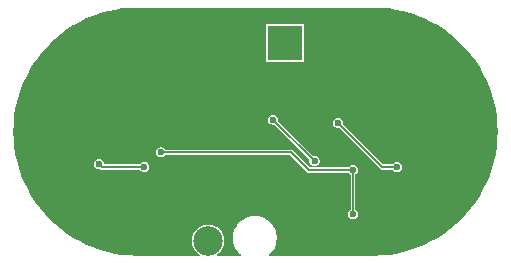
<source format=gbr>
G04 #@! TF.GenerationSoftware,KiCad,Pcbnew,9.0.3*
G04 #@! TF.CreationDate,2025-08-23T22:57:17-07:00*
G04 #@! TF.ProjectId,analog_bms,616e616c-6f67-45f6-926d-732e6b696361,rev?*
G04 #@! TF.SameCoordinates,Original*
G04 #@! TF.FileFunction,Copper,L2,Bot*
G04 #@! TF.FilePolarity,Positive*
%FSLAX46Y46*%
G04 Gerber Fmt 4.6, Leading zero omitted, Abs format (unit mm)*
G04 Created by KiCad (PCBNEW 9.0.3) date 2025-08-23 22:57:17*
%MOMM*%
%LPD*%
G01*
G04 APERTURE LIST*
G04 #@! TA.AperFunction,ComponentPad*
%ADD10C,2.500000*%
G04 #@! TD*
G04 #@! TA.AperFunction,ComponentPad*
%ADD11R,3.000000X3.000000*%
G04 #@! TD*
G04 #@! TA.AperFunction,ComponentPad*
%ADD12C,3.000000*%
G04 #@! TD*
G04 #@! TA.AperFunction,ViaPad*
%ADD13C,0.600000*%
G04 #@! TD*
G04 #@! TA.AperFunction,Conductor*
%ADD14C,0.200000*%
G04 #@! TD*
G04 #@! TA.AperFunction,Conductor*
%ADD15C,0.127000*%
G04 #@! TD*
G04 APERTURE END LIST*
D10*
X143000000Y-123250000D03*
X135000000Y-123250000D03*
D11*
X141500000Y-106500000D03*
D12*
X136500000Y-106500000D03*
D13*
X151000000Y-117000000D03*
X146000000Y-113250000D03*
X140500000Y-113000000D03*
X144000000Y-116500000D03*
X147250000Y-121000000D03*
X147250000Y-117250000D03*
X131000000Y-115750000D03*
X129600000Y-117000000D03*
X125750000Y-116750000D03*
X147500000Y-121750000D03*
X149473000Y-113250000D03*
X127500000Y-115500000D03*
X155027000Y-117000000D03*
X149527000Y-109250000D03*
X130250000Y-111250000D03*
X132027000Y-109250000D03*
X128473000Y-109000000D03*
X123500000Y-120000000D03*
X134500000Y-114000000D03*
X146027000Y-111250000D03*
X149473000Y-111250000D03*
X126600000Y-119250000D03*
X134250000Y-118000000D03*
X145973000Y-109250000D03*
X151000000Y-115000000D03*
D14*
X149750000Y-117000000D02*
X151000000Y-117000000D01*
X146000000Y-113250000D02*
X149750000Y-117000000D01*
X144000000Y-116500000D02*
X140500000Y-113000000D01*
D15*
X147250000Y-117250000D02*
X147250000Y-121000000D01*
D14*
X142000000Y-115750000D02*
X131000000Y-115750000D01*
X143500000Y-117250000D02*
X147250000Y-117250000D01*
X142000000Y-115750000D02*
X143500000Y-117250000D01*
X129600000Y-117000000D02*
X126000000Y-117000000D01*
X126000000Y-117000000D02*
X125750000Y-116750000D01*
G04 #@! TA.AperFunction,Conductor*
G36*
X149000728Y-103500522D02*
G01*
X149632483Y-103519611D01*
X149635409Y-103519789D01*
X150264106Y-103576919D01*
X150267037Y-103577275D01*
X150891120Y-103672259D01*
X150894024Y-103672791D01*
X151511266Y-103805289D01*
X151514121Y-103805993D01*
X152122217Y-103975513D01*
X152125003Y-103976380D01*
X152660616Y-104161209D01*
X152721777Y-104182315D01*
X152724545Y-104183365D01*
X153307764Y-104424943D01*
X153310462Y-104426158D01*
X153878020Y-104702501D01*
X153880629Y-104703869D01*
X154430503Y-105014000D01*
X154433035Y-105015531D01*
X154963158Y-105358281D01*
X154965594Y-105359963D01*
X155474042Y-105734086D01*
X155476372Y-105735911D01*
X155961316Y-106140061D01*
X155963532Y-106142024D01*
X156423189Y-106574717D01*
X156425282Y-106576810D01*
X156857975Y-107036467D01*
X156859938Y-107038683D01*
X157264088Y-107523627D01*
X157265913Y-107525957D01*
X157640036Y-108034405D01*
X157641718Y-108036841D01*
X157984468Y-108566964D01*
X157985999Y-108569496D01*
X158296123Y-109119357D01*
X158297498Y-109121979D01*
X158573841Y-109689537D01*
X158575056Y-109692235D01*
X158816634Y-110275454D01*
X158817684Y-110278222D01*
X159023612Y-110874976D01*
X159024492Y-110877802D01*
X159194003Y-111485868D01*
X159194712Y-111488742D01*
X159327207Y-112105971D01*
X159327740Y-112108882D01*
X159422723Y-112732958D01*
X159423080Y-112735897D01*
X159480209Y-113364576D01*
X159480388Y-113367530D01*
X159499455Y-113998520D01*
X159499455Y-114001480D01*
X159480388Y-114632469D01*
X159480209Y-114635423D01*
X159423080Y-115264102D01*
X159422723Y-115267041D01*
X159327740Y-115891117D01*
X159327207Y-115894028D01*
X159194712Y-116511257D01*
X159194003Y-116514131D01*
X159024492Y-117122197D01*
X159023612Y-117125023D01*
X158817684Y-117721777D01*
X158816634Y-117724545D01*
X158575056Y-118307764D01*
X158573841Y-118310462D01*
X158297498Y-118878020D01*
X158296123Y-118880642D01*
X157985999Y-119430503D01*
X157984468Y-119433035D01*
X157641718Y-119963158D01*
X157640036Y-119965594D01*
X157265913Y-120474042D01*
X157264088Y-120476372D01*
X156859938Y-120961316D01*
X156857975Y-120963532D01*
X156425282Y-121423189D01*
X156423189Y-121425282D01*
X155963532Y-121857975D01*
X155961316Y-121859938D01*
X155476372Y-122264088D01*
X155474042Y-122265913D01*
X154965594Y-122640036D01*
X154963158Y-122641718D01*
X154433035Y-122984468D01*
X154430503Y-122985999D01*
X153880642Y-123296123D01*
X153878020Y-123297498D01*
X153310462Y-123573841D01*
X153307764Y-123575056D01*
X152724545Y-123816634D01*
X152721777Y-123817684D01*
X152125023Y-124023612D01*
X152122197Y-124024492D01*
X151514131Y-124194003D01*
X151511257Y-124194712D01*
X150894028Y-124327207D01*
X150891117Y-124327740D01*
X150267041Y-124422723D01*
X150264102Y-124423080D01*
X149635423Y-124480209D01*
X149632469Y-124480388D01*
X149000728Y-124499478D01*
X148999248Y-124499500D01*
X140179943Y-124499500D01*
X140145295Y-124485148D01*
X140130943Y-124450500D01*
X140145295Y-124415852D01*
X140150113Y-124411626D01*
X140153758Y-124408828D01*
X140172738Y-124394265D01*
X140344265Y-124222738D01*
X140491936Y-124030289D01*
X140613224Y-123820212D01*
X140706054Y-123596100D01*
X140768838Y-123361789D01*
X140800500Y-123121288D01*
X140800500Y-122878712D01*
X140768838Y-122638211D01*
X140757205Y-122594798D01*
X140706055Y-122403904D01*
X140706053Y-122403898D01*
X140648534Y-122265033D01*
X140613224Y-122179788D01*
X140491936Y-121969711D01*
X140491933Y-121969707D01*
X140491927Y-121969698D01*
X140344269Y-121777267D01*
X140344259Y-121777255D01*
X140172744Y-121605740D01*
X140172732Y-121605730D01*
X139980301Y-121458072D01*
X139980286Y-121458062D01*
X139770212Y-121336776D01*
X139770213Y-121336776D01*
X139546101Y-121243946D01*
X139546095Y-121243944D01*
X139311800Y-121181164D01*
X139311793Y-121181163D01*
X139311789Y-121181162D01*
X139071288Y-121149500D01*
X138828712Y-121149500D01*
X138588211Y-121181162D01*
X138588207Y-121181162D01*
X138588199Y-121181164D01*
X138353904Y-121243944D01*
X138353898Y-121243946D01*
X138129786Y-121336776D01*
X137919713Y-121458062D01*
X137919698Y-121458072D01*
X137727267Y-121605730D01*
X137727255Y-121605740D01*
X137555740Y-121777255D01*
X137555730Y-121777267D01*
X137408072Y-121969698D01*
X137408062Y-121969713D01*
X137286776Y-122179786D01*
X137193946Y-122403898D01*
X137193944Y-122403904D01*
X137131164Y-122638199D01*
X137131162Y-122638207D01*
X137131162Y-122638211D01*
X137099500Y-122878712D01*
X137099500Y-123121288D01*
X137131162Y-123361789D01*
X137131163Y-123361793D01*
X137131164Y-123361800D01*
X137193944Y-123596095D01*
X137193946Y-123596101D01*
X137286776Y-123820213D01*
X137408062Y-124030286D01*
X137408072Y-124030301D01*
X137555730Y-124222732D01*
X137555740Y-124222744D01*
X137727255Y-124394259D01*
X137727260Y-124394263D01*
X137727262Y-124394265D01*
X137742256Y-124405771D01*
X137749887Y-124411626D01*
X137768638Y-124444104D01*
X137758931Y-124480330D01*
X137726453Y-124499081D01*
X137720057Y-124499500D01*
X135774561Y-124499500D01*
X135739913Y-124485148D01*
X135725561Y-124450500D01*
X135739913Y-124415852D01*
X135745760Y-124410858D01*
X135768601Y-124394263D01*
X135897381Y-124300699D01*
X135897384Y-124300695D01*
X135897387Y-124300694D01*
X136050694Y-124147387D01*
X136050695Y-124147384D01*
X136050699Y-124147381D01*
X136178144Y-123971968D01*
X136276580Y-123778777D01*
X136343582Y-123572565D01*
X136377500Y-123358412D01*
X136377500Y-123141588D01*
X136343582Y-122927435D01*
X136276580Y-122721223D01*
X136178144Y-122528032D01*
X136050699Y-122352619D01*
X136050697Y-122352617D01*
X136050694Y-122352613D01*
X135897387Y-122199306D01*
X135897382Y-122199302D01*
X135897381Y-122199301D01*
X135721968Y-122071856D01*
X135528777Y-121973420D01*
X135528776Y-121973419D01*
X135528775Y-121973419D01*
X135322565Y-121906418D01*
X135322562Y-121906417D01*
X135158053Y-121880362D01*
X135108412Y-121872500D01*
X134891588Y-121872500D01*
X134851288Y-121878882D01*
X134677437Y-121906417D01*
X134677434Y-121906418D01*
X134471224Y-121973419D01*
X134278032Y-122071856D01*
X134102617Y-122199302D01*
X133949302Y-122352617D01*
X133821856Y-122528032D01*
X133723419Y-122721224D01*
X133656418Y-122927434D01*
X133656417Y-122927437D01*
X133622500Y-123141588D01*
X133622500Y-123358411D01*
X133656417Y-123572562D01*
X133656418Y-123572565D01*
X133723420Y-123778777D01*
X133821856Y-123971968D01*
X133949301Y-124147381D01*
X133949302Y-124147382D01*
X133949306Y-124147387D01*
X134102613Y-124300694D01*
X134102617Y-124300697D01*
X134102619Y-124300699D01*
X134231399Y-124394263D01*
X134254240Y-124410858D01*
X134273836Y-124442835D01*
X134265081Y-124479301D01*
X134233104Y-124498897D01*
X134225439Y-124499500D01*
X129000752Y-124499500D01*
X128999272Y-124499478D01*
X128367530Y-124480388D01*
X128364576Y-124480209D01*
X127735897Y-124423080D01*
X127732958Y-124422723D01*
X127108882Y-124327740D01*
X127105971Y-124327207D01*
X126488742Y-124194712D01*
X126485868Y-124194003D01*
X125877802Y-124024492D01*
X125874976Y-124023612D01*
X125278222Y-123817684D01*
X125275454Y-123816634D01*
X124692235Y-123575056D01*
X124689537Y-123573841D01*
X124121979Y-123297498D01*
X124119357Y-123296123D01*
X123569496Y-122985999D01*
X123566964Y-122984468D01*
X123036841Y-122641718D01*
X123034405Y-122640036D01*
X122525957Y-122265913D01*
X122523627Y-122264088D01*
X122038683Y-121859938D01*
X122036467Y-121857975D01*
X121576810Y-121425282D01*
X121574717Y-121423189D01*
X121142024Y-120963532D01*
X121140061Y-120961316D01*
X120735911Y-120476372D01*
X120734086Y-120474042D01*
X120359963Y-119965594D01*
X120358281Y-119963158D01*
X120015531Y-119433035D01*
X120014000Y-119430503D01*
X119703876Y-118880642D01*
X119702501Y-118878020D01*
X119426158Y-118310462D01*
X119424943Y-118307764D01*
X119183365Y-117724545D01*
X119182315Y-117721777D01*
X119146923Y-117619214D01*
X118976380Y-117125003D01*
X118975513Y-117122217D01*
X118856059Y-116693715D01*
X125322500Y-116693715D01*
X125322500Y-116806284D01*
X125351632Y-116915008D01*
X125351633Y-116915011D01*
X125407911Y-117012485D01*
X125407913Y-117012487D01*
X125407915Y-117012491D01*
X125487509Y-117092085D01*
X125487513Y-117092087D01*
X125487514Y-117092088D01*
X125584988Y-117148366D01*
X125584991Y-117148367D01*
X125693715Y-117177499D01*
X125693716Y-117177500D01*
X125693719Y-117177500D01*
X125806283Y-117177500D01*
X125813076Y-117175679D01*
X125817979Y-117174365D01*
X125855162Y-117179257D01*
X125865315Y-117187048D01*
X125871132Y-117192865D01*
X125954747Y-117227500D01*
X129209423Y-117227500D01*
X129244071Y-117241852D01*
X129251855Y-117251996D01*
X129257915Y-117262491D01*
X129337509Y-117342085D01*
X129337513Y-117342087D01*
X129337514Y-117342088D01*
X129434988Y-117398366D01*
X129434991Y-117398367D01*
X129543715Y-117427499D01*
X129543716Y-117427500D01*
X129543719Y-117427500D01*
X129656284Y-117427500D01*
X129656284Y-117427499D01*
X129765009Y-117398367D01*
X129862491Y-117342085D01*
X129942085Y-117262491D01*
X129998367Y-117165009D01*
X130027499Y-117056284D01*
X130027500Y-117056284D01*
X130027500Y-116943716D01*
X130027499Y-116943715D01*
X129998367Y-116834991D01*
X129998366Y-116834988D01*
X129942088Y-116737514D01*
X129942087Y-116737513D01*
X129942085Y-116737509D01*
X129862491Y-116657915D01*
X129862487Y-116657913D01*
X129862485Y-116657911D01*
X129765011Y-116601633D01*
X129765008Y-116601632D01*
X129656284Y-116572500D01*
X129656281Y-116572500D01*
X129543719Y-116572500D01*
X129543716Y-116572500D01*
X129434991Y-116601632D01*
X129434988Y-116601633D01*
X129337514Y-116657911D01*
X129337505Y-116657918D01*
X129257917Y-116737506D01*
X129257915Y-116737508D01*
X129257915Y-116737509D01*
X129251857Y-116748001D01*
X129222104Y-116770831D01*
X129209423Y-116772500D01*
X126226500Y-116772500D01*
X126191852Y-116758148D01*
X126177500Y-116723500D01*
X126177500Y-116693716D01*
X126177499Y-116693715D01*
X126148367Y-116584991D01*
X126148366Y-116584988D01*
X126092088Y-116487514D01*
X126092087Y-116487513D01*
X126092085Y-116487509D01*
X126012491Y-116407915D01*
X126012487Y-116407913D01*
X126012485Y-116407911D01*
X125915011Y-116351633D01*
X125915008Y-116351632D01*
X125806284Y-116322500D01*
X125806281Y-116322500D01*
X125693719Y-116322500D01*
X125693716Y-116322500D01*
X125584991Y-116351632D01*
X125584988Y-116351633D01*
X125487514Y-116407911D01*
X125487505Y-116407918D01*
X125407918Y-116487505D01*
X125407911Y-116487514D01*
X125351633Y-116584988D01*
X125351632Y-116584991D01*
X125322500Y-116693715D01*
X118856059Y-116693715D01*
X118805993Y-116514121D01*
X118805287Y-116511257D01*
X118800190Y-116487514D01*
X118672791Y-115894024D01*
X118672259Y-115891117D01*
X118642849Y-115697880D01*
X118642215Y-115693715D01*
X130572500Y-115693715D01*
X130572500Y-115806284D01*
X130601632Y-115915008D01*
X130601633Y-115915011D01*
X130657911Y-116012485D01*
X130657913Y-116012487D01*
X130657915Y-116012491D01*
X130737509Y-116092085D01*
X130737513Y-116092087D01*
X130737514Y-116092088D01*
X130834988Y-116148366D01*
X130834991Y-116148367D01*
X130943715Y-116177499D01*
X130943716Y-116177500D01*
X130943719Y-116177500D01*
X131056284Y-116177500D01*
X131056284Y-116177499D01*
X131165009Y-116148367D01*
X131262491Y-116092085D01*
X131342085Y-116012491D01*
X131348142Y-116001998D01*
X131377896Y-115979169D01*
X131390577Y-115977500D01*
X141885471Y-115977500D01*
X141920119Y-115991852D01*
X143307135Y-117378868D01*
X143371129Y-117442863D01*
X143371130Y-117442863D01*
X143371132Y-117442865D01*
X143454747Y-117477500D01*
X146859423Y-117477500D01*
X146894071Y-117491852D01*
X146901855Y-117501996D01*
X146907915Y-117512491D01*
X146987509Y-117592085D01*
X147034499Y-117619214D01*
X147057330Y-117648967D01*
X147059000Y-117661650D01*
X147059000Y-120588349D01*
X147044648Y-120622997D01*
X147034500Y-120630784D01*
X146987514Y-120657911D01*
X146987505Y-120657918D01*
X146907918Y-120737505D01*
X146907911Y-120737514D01*
X146851633Y-120834988D01*
X146851632Y-120834991D01*
X146822500Y-120943715D01*
X146822500Y-121056284D01*
X146851632Y-121165008D01*
X146851633Y-121165011D01*
X146907911Y-121262485D01*
X146907913Y-121262487D01*
X146907915Y-121262491D01*
X146987509Y-121342085D01*
X146987513Y-121342087D01*
X146987514Y-121342088D01*
X147084988Y-121398366D01*
X147084991Y-121398367D01*
X147193715Y-121427499D01*
X147193716Y-121427500D01*
X147193719Y-121427500D01*
X147306284Y-121427500D01*
X147306284Y-121427499D01*
X147415009Y-121398367D01*
X147512491Y-121342085D01*
X147592085Y-121262491D01*
X147648367Y-121165009D01*
X147677499Y-121056284D01*
X147677500Y-121056284D01*
X147677500Y-120943716D01*
X147677499Y-120943715D01*
X147648367Y-120834991D01*
X147648366Y-120834988D01*
X147592088Y-120737514D01*
X147592087Y-120737513D01*
X147592085Y-120737509D01*
X147512491Y-120657915D01*
X147512487Y-120657913D01*
X147512485Y-120657911D01*
X147465500Y-120630784D01*
X147442670Y-120601031D01*
X147441000Y-120588349D01*
X147441000Y-117661650D01*
X147455352Y-117627002D01*
X147465498Y-117619215D01*
X147512491Y-117592085D01*
X147592085Y-117512491D01*
X147648367Y-117415009D01*
X147677499Y-117306284D01*
X147677500Y-117306284D01*
X147677500Y-117193716D01*
X147677499Y-117193715D01*
X147648367Y-117084991D01*
X147648366Y-117084988D01*
X147592088Y-116987514D01*
X147592087Y-116987513D01*
X147592085Y-116987509D01*
X147512491Y-116907915D01*
X147512487Y-116907913D01*
X147512485Y-116907911D01*
X147415011Y-116851633D01*
X147415008Y-116851632D01*
X147306284Y-116822500D01*
X147306281Y-116822500D01*
X147193719Y-116822500D01*
X147193716Y-116822500D01*
X147084991Y-116851632D01*
X147084988Y-116851633D01*
X146987514Y-116907911D01*
X146987505Y-116907918D01*
X146907917Y-116987506D01*
X146907915Y-116987508D01*
X146907915Y-116987509D01*
X146901857Y-116998001D01*
X146872104Y-117020831D01*
X146859423Y-117022500D01*
X144073930Y-117022500D01*
X144039282Y-117008148D01*
X144024930Y-116973500D01*
X144039282Y-116938852D01*
X144061248Y-116926170D01*
X144129363Y-116907918D01*
X144165009Y-116898367D01*
X144262491Y-116842085D01*
X144342085Y-116762491D01*
X144398367Y-116665009D01*
X144427499Y-116556284D01*
X144427500Y-116556284D01*
X144427500Y-116443716D01*
X144427499Y-116443715D01*
X144398367Y-116334991D01*
X144398366Y-116334988D01*
X144342088Y-116237514D01*
X144342087Y-116237513D01*
X144342085Y-116237509D01*
X144262491Y-116157915D01*
X144262487Y-116157913D01*
X144262485Y-116157911D01*
X144165011Y-116101633D01*
X144165008Y-116101632D01*
X144056284Y-116072500D01*
X144056281Y-116072500D01*
X143943719Y-116072500D01*
X143932011Y-116075636D01*
X143894829Y-116070737D01*
X143884685Y-116062952D01*
X141015448Y-113193715D01*
X145572500Y-113193715D01*
X145572500Y-113306284D01*
X145601632Y-113415008D01*
X145601633Y-113415011D01*
X145657911Y-113512485D01*
X145657913Y-113512487D01*
X145657915Y-113512491D01*
X145737509Y-113592085D01*
X145737513Y-113592087D01*
X145737514Y-113592088D01*
X145834988Y-113648366D01*
X145834991Y-113648367D01*
X145943715Y-113677499D01*
X145943716Y-113677500D01*
X145943719Y-113677500D01*
X146056283Y-113677500D01*
X146063076Y-113675679D01*
X146067979Y-113674365D01*
X146105162Y-113679257D01*
X146115313Y-113687046D01*
X149621129Y-117192864D01*
X149621131Y-117192865D01*
X149621132Y-117192866D01*
X149704747Y-117227500D01*
X149795253Y-117227500D01*
X150609423Y-117227500D01*
X150644071Y-117241852D01*
X150651855Y-117251996D01*
X150657915Y-117262491D01*
X150737509Y-117342085D01*
X150737513Y-117342087D01*
X150737514Y-117342088D01*
X150834988Y-117398366D01*
X150834991Y-117398367D01*
X150943715Y-117427499D01*
X150943716Y-117427500D01*
X150943719Y-117427500D01*
X151056284Y-117427500D01*
X151056284Y-117427499D01*
X151165009Y-117398367D01*
X151262491Y-117342085D01*
X151342085Y-117262491D01*
X151398367Y-117165009D01*
X151427499Y-117056284D01*
X151427500Y-117056284D01*
X151427500Y-116943716D01*
X151427499Y-116943715D01*
X151398367Y-116834991D01*
X151398366Y-116834988D01*
X151342088Y-116737514D01*
X151342087Y-116737513D01*
X151342085Y-116737509D01*
X151262491Y-116657915D01*
X151262487Y-116657913D01*
X151262485Y-116657911D01*
X151165011Y-116601633D01*
X151165008Y-116601632D01*
X151056284Y-116572500D01*
X151056281Y-116572500D01*
X150943719Y-116572500D01*
X150943716Y-116572500D01*
X150834991Y-116601632D01*
X150834988Y-116601633D01*
X150737514Y-116657911D01*
X150737505Y-116657918D01*
X150657917Y-116737506D01*
X150657915Y-116737508D01*
X150657915Y-116737509D01*
X150651857Y-116748001D01*
X150622104Y-116770831D01*
X150609423Y-116772500D01*
X149864530Y-116772500D01*
X149829882Y-116758148D01*
X146437046Y-113365313D01*
X146422694Y-113330665D01*
X146424365Y-113317979D01*
X146427500Y-113306282D01*
X146427500Y-113193716D01*
X146427499Y-113193715D01*
X146398367Y-113084991D01*
X146398366Y-113084988D01*
X146342088Y-112987514D01*
X146342087Y-112987513D01*
X146342085Y-112987509D01*
X146262491Y-112907915D01*
X146262487Y-112907913D01*
X146262485Y-112907911D01*
X146165011Y-112851633D01*
X146165008Y-112851632D01*
X146056284Y-112822500D01*
X146056281Y-112822500D01*
X145943719Y-112822500D01*
X145943716Y-112822500D01*
X145834991Y-112851632D01*
X145834988Y-112851633D01*
X145737514Y-112907911D01*
X145737505Y-112907918D01*
X145657918Y-112987505D01*
X145657911Y-112987514D01*
X145601633Y-113084988D01*
X145601632Y-113084991D01*
X145572500Y-113193715D01*
X141015448Y-113193715D01*
X140937046Y-113115313D01*
X140922694Y-113080665D01*
X140924365Y-113067979D01*
X140927500Y-113056282D01*
X140927500Y-112943716D01*
X140927499Y-112943715D01*
X140898367Y-112834991D01*
X140898366Y-112834988D01*
X140842088Y-112737514D01*
X140842087Y-112737513D01*
X140842085Y-112737509D01*
X140762491Y-112657915D01*
X140762487Y-112657913D01*
X140762485Y-112657911D01*
X140665011Y-112601633D01*
X140665008Y-112601632D01*
X140556284Y-112572500D01*
X140556281Y-112572500D01*
X140443719Y-112572500D01*
X140443716Y-112572500D01*
X140334991Y-112601632D01*
X140334988Y-112601633D01*
X140237514Y-112657911D01*
X140237505Y-112657918D01*
X140157918Y-112737505D01*
X140157911Y-112737514D01*
X140101633Y-112834988D01*
X140101632Y-112834991D01*
X140072500Y-112943715D01*
X140072500Y-113056284D01*
X140101632Y-113165008D01*
X140101633Y-113165011D01*
X140157911Y-113262485D01*
X140157913Y-113262487D01*
X140157915Y-113262491D01*
X140237509Y-113342085D01*
X140237513Y-113342087D01*
X140237514Y-113342088D01*
X140334988Y-113398366D01*
X140334991Y-113398367D01*
X140443715Y-113427499D01*
X140443716Y-113427500D01*
X140443719Y-113427500D01*
X140556283Y-113427500D01*
X140563076Y-113425679D01*
X140567979Y-113424365D01*
X140605162Y-113429257D01*
X140615313Y-113437046D01*
X143562952Y-116384685D01*
X143577304Y-116419333D01*
X143575636Y-116432011D01*
X143572500Y-116443719D01*
X143572500Y-116556284D01*
X143601632Y-116665008D01*
X143601633Y-116665011D01*
X143657911Y-116762485D01*
X143657913Y-116762487D01*
X143657915Y-116762491D01*
X143737509Y-116842085D01*
X143737513Y-116842087D01*
X143737514Y-116842088D01*
X143834988Y-116898366D01*
X143834990Y-116898366D01*
X143834991Y-116898367D01*
X143859271Y-116904872D01*
X143938752Y-116926170D01*
X143968505Y-116949000D01*
X143973400Y-116986182D01*
X143950570Y-117015935D01*
X143926070Y-117022500D01*
X143614529Y-117022500D01*
X143579881Y-117008148D01*
X142128870Y-115557136D01*
X142045254Y-115522500D01*
X142045253Y-115522500D01*
X131390577Y-115522500D01*
X131355929Y-115508148D01*
X131348144Y-115498003D01*
X131342085Y-115487509D01*
X131262491Y-115407915D01*
X131262487Y-115407913D01*
X131262485Y-115407911D01*
X131165011Y-115351633D01*
X131165008Y-115351632D01*
X131056284Y-115322500D01*
X131056281Y-115322500D01*
X130943719Y-115322500D01*
X130943716Y-115322500D01*
X130834991Y-115351632D01*
X130834988Y-115351633D01*
X130737514Y-115407911D01*
X130737505Y-115407918D01*
X130657918Y-115487505D01*
X130657911Y-115487514D01*
X130601633Y-115584988D01*
X130601632Y-115584991D01*
X130572500Y-115693715D01*
X118642215Y-115693715D01*
X118577276Y-115267041D01*
X118576919Y-115264102D01*
X118519789Y-114635409D01*
X118519611Y-114632469D01*
X118500544Y-114001456D01*
X118500544Y-113998543D01*
X118519611Y-113367514D01*
X118519790Y-113364576D01*
X118521835Y-113342081D01*
X118576919Y-112735889D01*
X118577276Y-112732958D01*
X118588698Y-112657915D01*
X118672260Y-112108873D01*
X118672792Y-112105971D01*
X118805291Y-111488725D01*
X118805991Y-111485886D01*
X118975516Y-110877772D01*
X118976377Y-110875005D01*
X119182317Y-110278214D01*
X119183365Y-110275454D01*
X119424943Y-109692235D01*
X119426158Y-109689537D01*
X119553777Y-109427429D01*
X119702508Y-109121964D01*
X119703862Y-109119383D01*
X120014012Y-108569475D01*
X120015518Y-108566985D01*
X120358284Y-108036835D01*
X120359963Y-108034405D01*
X120376039Y-108012558D01*
X120734089Y-107525952D01*
X120735911Y-107523627D01*
X121140073Y-107038668D01*
X121142010Y-107036481D01*
X121574721Y-106576805D01*
X121576810Y-106574717D01*
X121814171Y-106351280D01*
X122036481Y-106142010D01*
X122038668Y-106140073D01*
X122523631Y-105735907D01*
X122525957Y-105734086D01*
X123034410Y-105359959D01*
X123036841Y-105358281D01*
X123566985Y-105015518D01*
X123569475Y-105014012D01*
X123616592Y-104987438D01*
X139872500Y-104987438D01*
X139872500Y-108012561D01*
X139879897Y-108049746D01*
X139908077Y-108091922D01*
X139929165Y-108106012D01*
X139950252Y-108120102D01*
X139987442Y-108127500D01*
X143012558Y-108127500D01*
X143049748Y-108120102D01*
X143091922Y-108091922D01*
X143120102Y-108049748D01*
X143127500Y-108012558D01*
X143127500Y-104987442D01*
X143120102Y-104950252D01*
X143106012Y-104929165D01*
X143091922Y-104908077D01*
X143060361Y-104886990D01*
X143049748Y-104879898D01*
X143049747Y-104879897D01*
X143049746Y-104879897D01*
X143012561Y-104872500D01*
X143012558Y-104872500D01*
X139987442Y-104872500D01*
X139987438Y-104872500D01*
X139950253Y-104879897D01*
X139908077Y-104908077D01*
X139879897Y-104950253D01*
X139872500Y-104987438D01*
X123616592Y-104987438D01*
X124119383Y-104703862D01*
X124121964Y-104702508D01*
X124427429Y-104553777D01*
X124689537Y-104426158D01*
X124692235Y-104424943D01*
X125275462Y-104183361D01*
X125278214Y-104182317D01*
X125875005Y-103976377D01*
X125877772Y-103975516D01*
X126485886Y-103805991D01*
X126488725Y-103805291D01*
X127105981Y-103672790D01*
X127108873Y-103672260D01*
X127732966Y-103577274D01*
X127735889Y-103576919D01*
X128364592Y-103519789D01*
X128367514Y-103519611D01*
X128999272Y-103500522D01*
X129000752Y-103500500D01*
X129065892Y-103500500D01*
X148934108Y-103500500D01*
X148999248Y-103500500D01*
X149000728Y-103500522D01*
G37*
G04 #@! TD.AperFunction*
M02*

</source>
